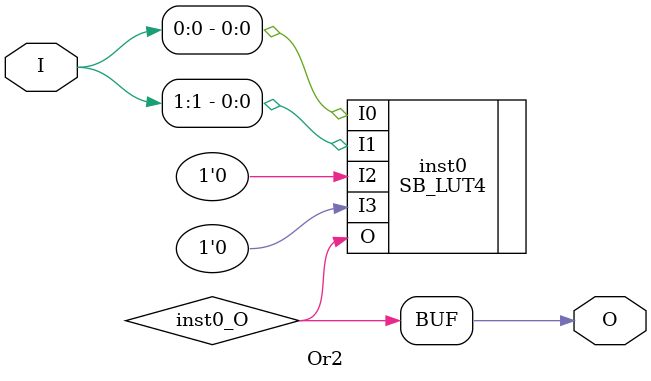
<source format=v>
module Or2 (input [1:0] I, output  O);
wire  inst0_O;
SB_LUT4 #(.LUT_INIT(16'hEEEE)) inst0 (.I0(I[0]), .I1(I[1]), .I2(1'b0), .I3(1'b0), .O(inst0_O));
assign O = inst0_O;
endmodule


</source>
